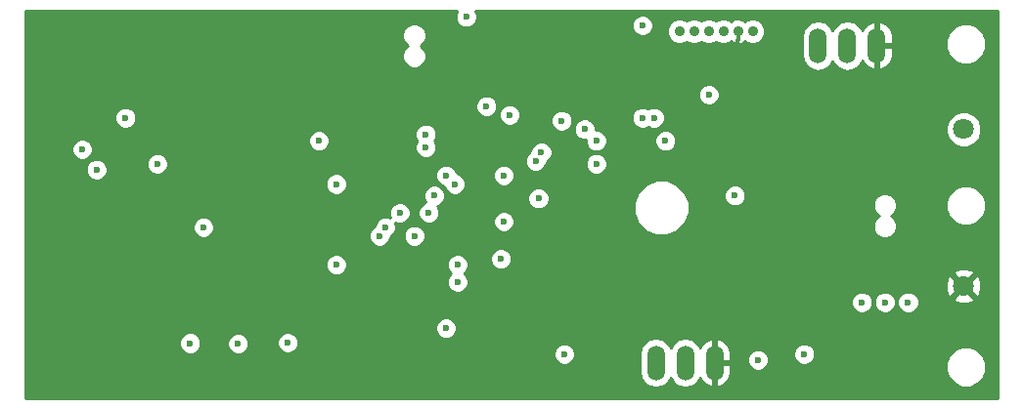
<source format=gbr>
G04 #@! TF.FileFunction,Copper,L4,Bot,Signal*
%FSLAX46Y46*%
G04 Gerber Fmt 4.6, Leading zero omitted, Abs format (unit mm)*
G04 Created by KiCad (PCBNEW (2015-09-03 BZR 6154, Git 4636d8d)-product) date Tue Sep  8 23:52:58 2015*
%MOMM*%
G01*
G04 APERTURE LIST*
%ADD10C,0.100000*%
%ADD11O,1.506220X3.014980*%
%ADD12C,1.800000*%
%ADD13C,0.900000*%
%ADD14C,0.600000*%
%ADD15C,0.360000*%
%ADD16C,0.254000*%
G04 APERTURE END LIST*
D10*
D11*
X181290000Y-87750000D03*
X178750000Y-87750000D03*
X176210000Y-87750000D03*
X167250000Y-115250000D03*
X164710000Y-115250000D03*
X162170000Y-115250000D03*
D12*
X188800000Y-95000000D03*
X188800000Y-108600000D03*
D13*
X164190000Y-86500000D03*
X165460000Y-86500000D03*
X166730000Y-86500000D03*
X168000000Y-86500000D03*
X169270000Y-86500000D03*
X170540000Y-86500000D03*
D14*
X185500000Y-114500000D03*
X179800000Y-94600000D03*
X159000000Y-95000000D03*
X107900000Y-92500000D03*
X130200000Y-92000000D03*
X134000000Y-90800000D03*
X137600000Y-92000000D03*
X158500000Y-91100000D03*
X152700000Y-92000000D03*
X159000000Y-110800000D03*
X158500000Y-114900000D03*
X152700000Y-117000000D03*
X136000000Y-115800000D03*
X134000000Y-115800000D03*
X132000000Y-115800000D03*
X109500000Y-114650000D03*
X111800000Y-117000000D03*
X109000000Y-110800000D03*
X115400000Y-92000000D03*
X109000000Y-98300000D03*
X149750000Y-86250000D03*
X138000000Y-88000000D03*
X138000000Y-107750000D03*
X134500000Y-101500000D03*
X135750000Y-97500000D03*
X137750000Y-94500000D03*
X135750000Y-96750000D03*
X156000000Y-114500000D03*
X128375000Y-108125000D03*
X127125000Y-109375000D03*
X127125000Y-108125000D03*
X128375000Y-109375000D03*
X126000000Y-95000000D03*
X121250000Y-94500000D03*
X121250000Y-96500000D03*
X131750000Y-98500000D03*
X123250000Y-99500000D03*
X123250000Y-101500000D03*
X120000000Y-94000000D03*
X114250000Y-97000000D03*
X139250000Y-112250000D03*
X141500000Y-112250000D03*
X148450000Y-104950000D03*
X148500000Y-108000000D03*
X184000000Y-106500000D03*
X182000000Y-106500000D03*
X180000000Y-106500000D03*
X174500000Y-97500000D03*
X185371311Y-102500000D03*
X184000000Y-99000000D03*
X174500000Y-101000000D03*
X174575000Y-102075000D03*
X174655000Y-103345000D03*
X174615000Y-104615000D03*
X174615000Y-105885000D03*
X174655000Y-107155000D03*
X174575000Y-108425000D03*
X152600000Y-106900000D03*
X150250000Y-115000000D03*
X149250000Y-115000000D03*
X113500000Y-104500000D03*
X115630029Y-113000000D03*
X118500000Y-100000000D03*
X115500000Y-100000000D03*
X124900000Y-116100000D03*
X122900000Y-116100000D03*
X129300000Y-115900000D03*
X133500000Y-104250000D03*
X130592511Y-105250000D03*
X125500000Y-104000000D03*
X127500000Y-115750000D03*
X120500000Y-105000000D03*
X122650000Y-110850000D03*
X122000000Y-106500000D03*
X123000000Y-106500000D03*
X175000000Y-114500000D03*
X123000000Y-103500000D03*
X121850000Y-113550000D03*
X126000000Y-113600000D03*
X130300000Y-113500000D03*
X133000000Y-96000000D03*
X134500000Y-99750000D03*
X154250000Y-114500000D03*
X116250000Y-94000000D03*
X134500000Y-106750000D03*
X144000000Y-112250000D03*
X145750000Y-85250000D03*
X166750000Y-92000000D03*
X184000000Y-110000000D03*
X182000000Y-110000000D03*
X180000000Y-110000000D03*
X171000000Y-115000000D03*
X147500000Y-93000000D03*
X151750000Y-97750000D03*
X163000000Y-96000000D03*
X157000000Y-98000000D03*
X169000000Y-100750000D03*
X152000000Y-101000000D03*
X161000000Y-86000000D03*
X156000000Y-95000000D03*
X162000000Y-94000000D03*
X154000000Y-94250000D03*
X161000000Y-94000000D03*
X157000000Y-96000000D03*
X145000000Y-106750000D03*
X112500000Y-96750000D03*
X113750000Y-98500000D03*
X148750000Y-106250000D03*
X119000000Y-98000000D03*
X145000000Y-108250000D03*
X144750000Y-99750000D03*
X142990870Y-100750000D03*
X141250000Y-104250000D03*
X138250000Y-104250000D03*
X140000000Y-102250000D03*
X142500000Y-102250000D03*
X142250000Y-95439990D03*
X142250000Y-96560010D03*
X152250000Y-97000000D03*
X149500000Y-93750000D03*
X149000000Y-99000000D03*
X144000000Y-99000000D03*
X149000000Y-103000000D03*
X138750000Y-103500000D03*
D15*
X169250000Y-87250000D02*
X169250000Y-88000000D01*
X169270000Y-87230000D02*
X169250000Y-87250000D01*
X169270000Y-86500000D02*
X169270000Y-87230000D01*
D16*
G36*
X144957808Y-84719673D02*
X144815162Y-85063201D01*
X144814838Y-85435167D01*
X144956883Y-85778943D01*
X145219673Y-86042192D01*
X145563201Y-86184838D01*
X145935167Y-86185162D01*
X146278943Y-86043117D01*
X146542192Y-85780327D01*
X146684838Y-85436799D01*
X146685162Y-85064833D01*
X146543117Y-84721057D01*
X146532079Y-84710000D01*
X191790000Y-84710000D01*
X191790000Y-118290000D01*
X107627000Y-118290000D01*
X107627000Y-114685167D01*
X153314838Y-114685167D01*
X153456883Y-115028943D01*
X153719673Y-115292192D01*
X154063201Y-115434838D01*
X154435167Y-115435162D01*
X154778943Y-115293117D01*
X155042192Y-115030327D01*
X155184838Y-114686799D01*
X155185041Y-114453646D01*
X160781890Y-114453646D01*
X160781890Y-116046354D01*
X160887554Y-116577561D01*
X161188458Y-117027896D01*
X161638793Y-117328800D01*
X162170000Y-117434464D01*
X162701207Y-117328800D01*
X163151542Y-117027896D01*
X163440000Y-116596188D01*
X163728458Y-117027896D01*
X164178793Y-117328800D01*
X164710000Y-117434464D01*
X165241207Y-117328800D01*
X165691542Y-117027896D01*
X165992446Y-116577561D01*
X165993016Y-116574694D01*
X166016154Y-116652919D01*
X166358260Y-117075724D01*
X166836125Y-117335427D01*
X166908326Y-117349783D01*
X167123000Y-117227162D01*
X167123000Y-115377000D01*
X167377000Y-115377000D01*
X167377000Y-117227162D01*
X167591674Y-117349783D01*
X167663875Y-117335427D01*
X168141740Y-117075724D01*
X168483846Y-116652919D01*
X168638110Y-116131380D01*
X168638110Y-115948550D01*
X187239696Y-115948550D01*
X187507075Y-116595657D01*
X188001739Y-117091185D01*
X188648379Y-117359693D01*
X189348550Y-117360304D01*
X189995657Y-117092925D01*
X190491185Y-116598261D01*
X190759693Y-115951621D01*
X190760304Y-115251450D01*
X190492925Y-114604343D01*
X189998261Y-114108815D01*
X189351621Y-113840307D01*
X188651450Y-113839696D01*
X188004343Y-114107075D01*
X187508815Y-114601739D01*
X187240307Y-115248379D01*
X187239696Y-115948550D01*
X168638110Y-115948550D01*
X168638110Y-115377000D01*
X167377000Y-115377000D01*
X167123000Y-115377000D01*
X167103000Y-115377000D01*
X167103000Y-115185167D01*
X170064838Y-115185167D01*
X170206883Y-115528943D01*
X170469673Y-115792192D01*
X170813201Y-115934838D01*
X171185167Y-115935162D01*
X171528943Y-115793117D01*
X171792192Y-115530327D01*
X171934838Y-115186799D01*
X171935162Y-114814833D01*
X171881586Y-114685167D01*
X174064838Y-114685167D01*
X174206883Y-115028943D01*
X174469673Y-115292192D01*
X174813201Y-115434838D01*
X175185167Y-115435162D01*
X175528943Y-115293117D01*
X175792192Y-115030327D01*
X175934838Y-114686799D01*
X175935162Y-114314833D01*
X175793117Y-113971057D01*
X175530327Y-113707808D01*
X175186799Y-113565162D01*
X174814833Y-113564838D01*
X174471057Y-113706883D01*
X174207808Y-113969673D01*
X174065162Y-114313201D01*
X174064838Y-114685167D01*
X171881586Y-114685167D01*
X171793117Y-114471057D01*
X171530327Y-114207808D01*
X171186799Y-114065162D01*
X170814833Y-114064838D01*
X170471057Y-114206883D01*
X170207808Y-114469673D01*
X170065162Y-114813201D01*
X170064838Y-115185167D01*
X167103000Y-115185167D01*
X167103000Y-115123000D01*
X167123000Y-115123000D01*
X167123000Y-113272838D01*
X167377000Y-113272838D01*
X167377000Y-115123000D01*
X168638110Y-115123000D01*
X168638110Y-114368620D01*
X168483846Y-113847081D01*
X168141740Y-113424276D01*
X167663875Y-113164573D01*
X167591674Y-113150217D01*
X167377000Y-113272838D01*
X167123000Y-113272838D01*
X166908326Y-113150217D01*
X166836125Y-113164573D01*
X166358260Y-113424276D01*
X166016154Y-113847081D01*
X165993016Y-113925306D01*
X165992446Y-113922439D01*
X165691542Y-113472104D01*
X165241207Y-113171200D01*
X164710000Y-113065536D01*
X164178793Y-113171200D01*
X163728458Y-113472104D01*
X163440000Y-113903812D01*
X163151542Y-113472104D01*
X162701207Y-113171200D01*
X162170000Y-113065536D01*
X161638793Y-113171200D01*
X161188458Y-113472104D01*
X160887554Y-113922439D01*
X160781890Y-114453646D01*
X155185041Y-114453646D01*
X155185162Y-114314833D01*
X155043117Y-113971057D01*
X154780327Y-113707808D01*
X154436799Y-113565162D01*
X154064833Y-113564838D01*
X153721057Y-113706883D01*
X153457808Y-113969673D01*
X153315162Y-114313201D01*
X153314838Y-114685167D01*
X107627000Y-114685167D01*
X107627000Y-113735167D01*
X120914838Y-113735167D01*
X121056883Y-114078943D01*
X121319673Y-114342192D01*
X121663201Y-114484838D01*
X122035167Y-114485162D01*
X122378943Y-114343117D01*
X122642192Y-114080327D01*
X122764753Y-113785167D01*
X125064838Y-113785167D01*
X125206883Y-114128943D01*
X125469673Y-114392192D01*
X125813201Y-114534838D01*
X126185167Y-114535162D01*
X126528943Y-114393117D01*
X126792192Y-114130327D01*
X126934838Y-113786799D01*
X126934926Y-113685167D01*
X129364838Y-113685167D01*
X129506883Y-114028943D01*
X129769673Y-114292192D01*
X130113201Y-114434838D01*
X130485167Y-114435162D01*
X130828943Y-114293117D01*
X131092192Y-114030327D01*
X131234838Y-113686799D01*
X131235162Y-113314833D01*
X131093117Y-112971057D01*
X130830327Y-112707808D01*
X130486799Y-112565162D01*
X130114833Y-112564838D01*
X129771057Y-112706883D01*
X129507808Y-112969673D01*
X129365162Y-113313201D01*
X129364838Y-113685167D01*
X126934926Y-113685167D01*
X126935162Y-113414833D01*
X126793117Y-113071057D01*
X126530327Y-112807808D01*
X126186799Y-112665162D01*
X125814833Y-112664838D01*
X125471057Y-112806883D01*
X125207808Y-113069673D01*
X125065162Y-113413201D01*
X125064838Y-113785167D01*
X122764753Y-113785167D01*
X122784838Y-113736799D01*
X122785162Y-113364833D01*
X122643117Y-113021057D01*
X122380327Y-112757808D01*
X122036799Y-112615162D01*
X121664833Y-112614838D01*
X121321057Y-112756883D01*
X121057808Y-113019673D01*
X120915162Y-113363201D01*
X120914838Y-113735167D01*
X107627000Y-113735167D01*
X107627000Y-112435167D01*
X143064838Y-112435167D01*
X143206883Y-112778943D01*
X143469673Y-113042192D01*
X143813201Y-113184838D01*
X144185167Y-113185162D01*
X144528943Y-113043117D01*
X144792192Y-112780327D01*
X144934838Y-112436799D01*
X144935162Y-112064833D01*
X144793117Y-111721057D01*
X144530327Y-111457808D01*
X144186799Y-111315162D01*
X143814833Y-111314838D01*
X143471057Y-111456883D01*
X143207808Y-111719673D01*
X143065162Y-112063201D01*
X143064838Y-112435167D01*
X107627000Y-112435167D01*
X107627000Y-110185167D01*
X179064838Y-110185167D01*
X179206883Y-110528943D01*
X179469673Y-110792192D01*
X179813201Y-110934838D01*
X180185167Y-110935162D01*
X180528943Y-110793117D01*
X180792192Y-110530327D01*
X180934838Y-110186799D01*
X180934839Y-110185167D01*
X181064838Y-110185167D01*
X181206883Y-110528943D01*
X181469673Y-110792192D01*
X181813201Y-110934838D01*
X182185167Y-110935162D01*
X182528943Y-110793117D01*
X182792192Y-110530327D01*
X182934838Y-110186799D01*
X182934839Y-110185167D01*
X183064838Y-110185167D01*
X183206883Y-110528943D01*
X183469673Y-110792192D01*
X183813201Y-110934838D01*
X184185167Y-110935162D01*
X184528943Y-110793117D01*
X184792192Y-110530327D01*
X184934838Y-110186799D01*
X184935162Y-109814833D01*
X184879516Y-109680159D01*
X187899446Y-109680159D01*
X187985852Y-109936643D01*
X188559336Y-110146458D01*
X189169460Y-110120839D01*
X189614148Y-109936643D01*
X189700554Y-109680159D01*
X188800000Y-108779605D01*
X187899446Y-109680159D01*
X184879516Y-109680159D01*
X184793117Y-109471057D01*
X184530327Y-109207808D01*
X184186799Y-109065162D01*
X183814833Y-109064838D01*
X183471057Y-109206883D01*
X183207808Y-109469673D01*
X183065162Y-109813201D01*
X183064838Y-110185167D01*
X182934839Y-110185167D01*
X182935162Y-109814833D01*
X182793117Y-109471057D01*
X182530327Y-109207808D01*
X182186799Y-109065162D01*
X181814833Y-109064838D01*
X181471057Y-109206883D01*
X181207808Y-109469673D01*
X181065162Y-109813201D01*
X181064838Y-110185167D01*
X180934839Y-110185167D01*
X180935162Y-109814833D01*
X180793117Y-109471057D01*
X180530327Y-109207808D01*
X180186799Y-109065162D01*
X179814833Y-109064838D01*
X179471057Y-109206883D01*
X179207808Y-109469673D01*
X179065162Y-109813201D01*
X179064838Y-110185167D01*
X107627000Y-110185167D01*
X107627000Y-106935167D01*
X133564838Y-106935167D01*
X133706883Y-107278943D01*
X133969673Y-107542192D01*
X134313201Y-107684838D01*
X134685167Y-107685162D01*
X135028943Y-107543117D01*
X135292192Y-107280327D01*
X135434838Y-106936799D01*
X135434839Y-106935167D01*
X144064838Y-106935167D01*
X144206883Y-107278943D01*
X144427709Y-107500155D01*
X144207808Y-107719673D01*
X144065162Y-108063201D01*
X144064838Y-108435167D01*
X144206883Y-108778943D01*
X144469673Y-109042192D01*
X144813201Y-109184838D01*
X145185167Y-109185162D01*
X145528943Y-109043117D01*
X145792192Y-108780327D01*
X145934838Y-108436799D01*
X145934905Y-108359336D01*
X187253542Y-108359336D01*
X187279161Y-108969460D01*
X187463357Y-109414148D01*
X187719841Y-109500554D01*
X188620395Y-108600000D01*
X188979605Y-108600000D01*
X189880159Y-109500554D01*
X190136643Y-109414148D01*
X190346458Y-108840664D01*
X190320839Y-108230540D01*
X190136643Y-107785852D01*
X189880159Y-107699446D01*
X188979605Y-108600000D01*
X188620395Y-108600000D01*
X187719841Y-107699446D01*
X187463357Y-107785852D01*
X187253542Y-108359336D01*
X145934905Y-108359336D01*
X145935162Y-108064833D01*
X145793117Y-107721057D01*
X145592253Y-107519841D01*
X187899446Y-107519841D01*
X188800000Y-108420395D01*
X189700554Y-107519841D01*
X189614148Y-107263357D01*
X189040664Y-107053542D01*
X188430540Y-107079161D01*
X187985852Y-107263357D01*
X187899446Y-107519841D01*
X145592253Y-107519841D01*
X145572291Y-107499845D01*
X145792192Y-107280327D01*
X145934838Y-106936799D01*
X145935162Y-106564833D01*
X145881586Y-106435167D01*
X147814838Y-106435167D01*
X147956883Y-106778943D01*
X148219673Y-107042192D01*
X148563201Y-107184838D01*
X148935167Y-107185162D01*
X149278943Y-107043117D01*
X149542192Y-106780327D01*
X149684838Y-106436799D01*
X149685162Y-106064833D01*
X149543117Y-105721057D01*
X149280327Y-105457808D01*
X148936799Y-105315162D01*
X148564833Y-105314838D01*
X148221057Y-105456883D01*
X147957808Y-105719673D01*
X147815162Y-106063201D01*
X147814838Y-106435167D01*
X145881586Y-106435167D01*
X145793117Y-106221057D01*
X145530327Y-105957808D01*
X145186799Y-105815162D01*
X144814833Y-105814838D01*
X144471057Y-105956883D01*
X144207808Y-106219673D01*
X144065162Y-106563201D01*
X144064838Y-106935167D01*
X135434839Y-106935167D01*
X135435162Y-106564833D01*
X135293117Y-106221057D01*
X135030327Y-105957808D01*
X134686799Y-105815162D01*
X134314833Y-105814838D01*
X133971057Y-105956883D01*
X133707808Y-106219673D01*
X133565162Y-106563201D01*
X133564838Y-106935167D01*
X107627000Y-106935167D01*
X107627000Y-104435167D01*
X137314838Y-104435167D01*
X137456883Y-104778943D01*
X137719673Y-105042192D01*
X138063201Y-105184838D01*
X138435167Y-105185162D01*
X138778943Y-105043117D01*
X139042192Y-104780327D01*
X139184838Y-104436799D01*
X139184839Y-104435167D01*
X140314838Y-104435167D01*
X140456883Y-104778943D01*
X140719673Y-105042192D01*
X141063201Y-105184838D01*
X141435167Y-105185162D01*
X141778943Y-105043117D01*
X142042192Y-104780327D01*
X142184838Y-104436799D01*
X142185162Y-104064833D01*
X142043117Y-103721057D01*
X141780327Y-103457808D01*
X141436799Y-103315162D01*
X141064833Y-103314838D01*
X140721057Y-103456883D01*
X140457808Y-103719673D01*
X140315162Y-104063201D01*
X140314838Y-104435167D01*
X139184839Y-104435167D01*
X139184929Y-104331963D01*
X139278943Y-104293117D01*
X139542192Y-104030327D01*
X139684838Y-103686799D01*
X139685162Y-103314833D01*
X139631586Y-103185167D01*
X148064838Y-103185167D01*
X148206883Y-103528943D01*
X148469673Y-103792192D01*
X148813201Y-103934838D01*
X149185167Y-103935162D01*
X149528943Y-103793117D01*
X149792192Y-103530327D01*
X149934838Y-103186799D01*
X149935162Y-102814833D01*
X149793117Y-102471057D01*
X149600663Y-102278266D01*
X160224581Y-102278266D01*
X160591469Y-103166201D01*
X161270226Y-103846144D01*
X162157519Y-104214580D01*
X163118266Y-104215419D01*
X164006201Y-103848531D01*
X164686144Y-103169774D01*
X165054580Y-102282481D01*
X165054996Y-101804971D01*
X180964821Y-101804971D01*
X181122058Y-102185515D01*
X181412954Y-102476919D01*
X181468205Y-102499861D01*
X181414485Y-102522058D01*
X181123081Y-102812954D01*
X180965180Y-103193223D01*
X180964821Y-103604971D01*
X181122058Y-103985515D01*
X181412954Y-104276919D01*
X181793223Y-104434820D01*
X182204971Y-104435179D01*
X182585515Y-104277942D01*
X182876919Y-103987046D01*
X183034820Y-103606777D01*
X183035179Y-103195029D01*
X182877942Y-102814485D01*
X182587046Y-102523081D01*
X182531795Y-102500139D01*
X182585515Y-102477942D01*
X182876919Y-102187046D01*
X182975950Y-101948550D01*
X187239696Y-101948550D01*
X187507075Y-102595657D01*
X188001739Y-103091185D01*
X188648379Y-103359693D01*
X189348550Y-103360304D01*
X189995657Y-103092925D01*
X190491185Y-102598261D01*
X190759693Y-101951621D01*
X190760304Y-101251450D01*
X190492925Y-100604343D01*
X189998261Y-100108815D01*
X189351621Y-99840307D01*
X188651450Y-99839696D01*
X188004343Y-100107075D01*
X187508815Y-100601739D01*
X187240307Y-101248379D01*
X187239696Y-101948550D01*
X182975950Y-101948550D01*
X183034820Y-101806777D01*
X183035179Y-101395029D01*
X182877942Y-101014485D01*
X182587046Y-100723081D01*
X182206777Y-100565180D01*
X181795029Y-100564821D01*
X181414485Y-100722058D01*
X181123081Y-101012954D01*
X180965180Y-101393223D01*
X180964821Y-101804971D01*
X165054996Y-101804971D01*
X165055419Y-101321734D01*
X164895693Y-100935167D01*
X168064838Y-100935167D01*
X168206883Y-101278943D01*
X168469673Y-101542192D01*
X168813201Y-101684838D01*
X169185167Y-101685162D01*
X169528943Y-101543117D01*
X169792192Y-101280327D01*
X169934838Y-100936799D01*
X169935162Y-100564833D01*
X169793117Y-100221057D01*
X169530327Y-99957808D01*
X169186799Y-99815162D01*
X168814833Y-99814838D01*
X168471057Y-99956883D01*
X168207808Y-100219673D01*
X168065162Y-100563201D01*
X168064838Y-100935167D01*
X164895693Y-100935167D01*
X164688531Y-100433799D01*
X164009774Y-99753856D01*
X163122481Y-99385420D01*
X162161734Y-99384581D01*
X161273799Y-99751469D01*
X160593856Y-100430226D01*
X160225420Y-101317519D01*
X160224581Y-102278266D01*
X149600663Y-102278266D01*
X149530327Y-102207808D01*
X149186799Y-102065162D01*
X148814833Y-102064838D01*
X148471057Y-102206883D01*
X148207808Y-102469673D01*
X148065162Y-102813201D01*
X148064838Y-103185167D01*
X139631586Y-103185167D01*
X139593807Y-103093737D01*
X139813201Y-103184838D01*
X140185167Y-103185162D01*
X140528943Y-103043117D01*
X140792192Y-102780327D01*
X140934838Y-102436799D01*
X140934839Y-102435167D01*
X141564838Y-102435167D01*
X141706883Y-102778943D01*
X141969673Y-103042192D01*
X142313201Y-103184838D01*
X142685167Y-103185162D01*
X143028943Y-103043117D01*
X143292192Y-102780327D01*
X143434838Y-102436799D01*
X143435162Y-102064833D01*
X143293117Y-101721057D01*
X143233559Y-101661395D01*
X143519813Y-101543117D01*
X143783062Y-101280327D01*
X143822576Y-101185167D01*
X151064838Y-101185167D01*
X151206883Y-101528943D01*
X151469673Y-101792192D01*
X151813201Y-101934838D01*
X152185167Y-101935162D01*
X152528943Y-101793117D01*
X152792192Y-101530327D01*
X152934838Y-101186799D01*
X152935162Y-100814833D01*
X152793117Y-100471057D01*
X152530327Y-100207808D01*
X152186799Y-100065162D01*
X151814833Y-100064838D01*
X151471057Y-100206883D01*
X151207808Y-100469673D01*
X151065162Y-100813201D01*
X151064838Y-101185167D01*
X143822576Y-101185167D01*
X143925708Y-100936799D01*
X143926032Y-100564833D01*
X143783987Y-100221057D01*
X143521197Y-99957808D01*
X143177669Y-99815162D01*
X142805703Y-99814838D01*
X142461927Y-99956883D01*
X142198678Y-100219673D01*
X142056032Y-100563201D01*
X142055708Y-100935167D01*
X142197753Y-101278943D01*
X142257311Y-101338605D01*
X141971057Y-101456883D01*
X141707808Y-101719673D01*
X141565162Y-102063201D01*
X141564838Y-102435167D01*
X140934839Y-102435167D01*
X140935162Y-102064833D01*
X140793117Y-101721057D01*
X140530327Y-101457808D01*
X140186799Y-101315162D01*
X139814833Y-101314838D01*
X139471057Y-101456883D01*
X139207808Y-101719673D01*
X139065162Y-102063201D01*
X139064838Y-102435167D01*
X139156193Y-102656263D01*
X138936799Y-102565162D01*
X138564833Y-102564838D01*
X138221057Y-102706883D01*
X137957808Y-102969673D01*
X137815162Y-103313201D01*
X137815071Y-103418037D01*
X137721057Y-103456883D01*
X137457808Y-103719673D01*
X137315162Y-104063201D01*
X137314838Y-104435167D01*
X107627000Y-104435167D01*
X107627000Y-103685167D01*
X122064838Y-103685167D01*
X122206883Y-104028943D01*
X122469673Y-104292192D01*
X122813201Y-104434838D01*
X123185167Y-104435162D01*
X123528943Y-104293117D01*
X123792192Y-104030327D01*
X123934838Y-103686799D01*
X123935162Y-103314833D01*
X123793117Y-102971057D01*
X123530327Y-102707808D01*
X123186799Y-102565162D01*
X122814833Y-102564838D01*
X122471057Y-102706883D01*
X122207808Y-102969673D01*
X122065162Y-103313201D01*
X122064838Y-103685167D01*
X107627000Y-103685167D01*
X107627000Y-99935167D01*
X133564838Y-99935167D01*
X133706883Y-100278943D01*
X133969673Y-100542192D01*
X134313201Y-100684838D01*
X134685167Y-100685162D01*
X135028943Y-100543117D01*
X135292192Y-100280327D01*
X135434838Y-99936799D01*
X135435162Y-99564833D01*
X135293117Y-99221057D01*
X135257290Y-99185167D01*
X143064838Y-99185167D01*
X143206883Y-99528943D01*
X143469673Y-99792192D01*
X143813201Y-99934838D01*
X143814838Y-99934839D01*
X143814838Y-99935167D01*
X143956883Y-100278943D01*
X144219673Y-100542192D01*
X144563201Y-100684838D01*
X144935167Y-100685162D01*
X145278943Y-100543117D01*
X145542192Y-100280327D01*
X145684838Y-99936799D01*
X145685162Y-99564833D01*
X145543117Y-99221057D01*
X145507290Y-99185167D01*
X148064838Y-99185167D01*
X148206883Y-99528943D01*
X148469673Y-99792192D01*
X148813201Y-99934838D01*
X149185167Y-99935162D01*
X149528943Y-99793117D01*
X149792192Y-99530327D01*
X149934838Y-99186799D01*
X149935162Y-98814833D01*
X149793117Y-98471057D01*
X149530327Y-98207808D01*
X149186799Y-98065162D01*
X148814833Y-98064838D01*
X148471057Y-98206883D01*
X148207808Y-98469673D01*
X148065162Y-98813201D01*
X148064838Y-99185167D01*
X145507290Y-99185167D01*
X145280327Y-98957808D01*
X144936799Y-98815162D01*
X144935162Y-98815161D01*
X144935162Y-98814833D01*
X144793117Y-98471057D01*
X144530327Y-98207808D01*
X144186799Y-98065162D01*
X143814833Y-98064838D01*
X143471057Y-98206883D01*
X143207808Y-98469673D01*
X143065162Y-98813201D01*
X143064838Y-99185167D01*
X135257290Y-99185167D01*
X135030327Y-98957808D01*
X134686799Y-98815162D01*
X134314833Y-98814838D01*
X133971057Y-98956883D01*
X133707808Y-99219673D01*
X133565162Y-99563201D01*
X133564838Y-99935167D01*
X107627000Y-99935167D01*
X107627000Y-98685167D01*
X112814838Y-98685167D01*
X112956883Y-99028943D01*
X113219673Y-99292192D01*
X113563201Y-99434838D01*
X113935167Y-99435162D01*
X114278943Y-99293117D01*
X114542192Y-99030327D01*
X114684838Y-98686799D01*
X114685162Y-98314833D01*
X114631586Y-98185167D01*
X118064838Y-98185167D01*
X118206883Y-98528943D01*
X118469673Y-98792192D01*
X118813201Y-98934838D01*
X119185167Y-98935162D01*
X119528943Y-98793117D01*
X119792192Y-98530327D01*
X119934838Y-98186799D01*
X119935057Y-97935167D01*
X150814838Y-97935167D01*
X150956883Y-98278943D01*
X151219673Y-98542192D01*
X151563201Y-98684838D01*
X151935167Y-98685162D01*
X152278943Y-98543117D01*
X152542192Y-98280327D01*
X152581706Y-98185167D01*
X156064838Y-98185167D01*
X156206883Y-98528943D01*
X156469673Y-98792192D01*
X156813201Y-98934838D01*
X157185167Y-98935162D01*
X157528943Y-98793117D01*
X157792192Y-98530327D01*
X157934838Y-98186799D01*
X157935162Y-97814833D01*
X157793117Y-97471057D01*
X157530327Y-97207808D01*
X157186799Y-97065162D01*
X156814833Y-97064838D01*
X156471057Y-97206883D01*
X156207808Y-97469673D01*
X156065162Y-97813201D01*
X156064838Y-98185167D01*
X152581706Y-98185167D01*
X152684838Y-97936799D01*
X152684929Y-97831963D01*
X152778943Y-97793117D01*
X153042192Y-97530327D01*
X153184838Y-97186799D01*
X153185162Y-96814833D01*
X153043117Y-96471057D01*
X152780327Y-96207808D01*
X152436799Y-96065162D01*
X152064833Y-96064838D01*
X151721057Y-96206883D01*
X151457808Y-96469673D01*
X151315162Y-96813201D01*
X151315071Y-96918037D01*
X151221057Y-96956883D01*
X150957808Y-97219673D01*
X150815162Y-97563201D01*
X150814838Y-97935167D01*
X119935057Y-97935167D01*
X119935162Y-97814833D01*
X119793117Y-97471057D01*
X119530327Y-97207808D01*
X119186799Y-97065162D01*
X118814833Y-97064838D01*
X118471057Y-97206883D01*
X118207808Y-97469673D01*
X118065162Y-97813201D01*
X118064838Y-98185167D01*
X114631586Y-98185167D01*
X114543117Y-97971057D01*
X114280327Y-97707808D01*
X113936799Y-97565162D01*
X113564833Y-97564838D01*
X113221057Y-97706883D01*
X112957808Y-97969673D01*
X112815162Y-98313201D01*
X112814838Y-98685167D01*
X107627000Y-98685167D01*
X107627000Y-96935167D01*
X111564838Y-96935167D01*
X111706883Y-97278943D01*
X111969673Y-97542192D01*
X112313201Y-97684838D01*
X112685167Y-97685162D01*
X113028943Y-97543117D01*
X113292192Y-97280327D01*
X113434838Y-96936799D01*
X113435162Y-96564833D01*
X113293117Y-96221057D01*
X113257290Y-96185167D01*
X132064838Y-96185167D01*
X132206883Y-96528943D01*
X132469673Y-96792192D01*
X132813201Y-96934838D01*
X133185167Y-96935162D01*
X133528943Y-96793117D01*
X133792192Y-96530327D01*
X133934838Y-96186799D01*
X133935162Y-95814833D01*
X133856790Y-95625157D01*
X141314838Y-95625157D01*
X141456883Y-95968933D01*
X141487720Y-95999824D01*
X141457808Y-96029683D01*
X141315162Y-96373211D01*
X141314838Y-96745177D01*
X141456883Y-97088953D01*
X141719673Y-97352202D01*
X142063201Y-97494848D01*
X142435167Y-97495172D01*
X142778943Y-97353127D01*
X143042192Y-97090337D01*
X143184838Y-96746809D01*
X143185162Y-96374843D01*
X143043117Y-96031067D01*
X143012280Y-96000176D01*
X143042192Y-95970317D01*
X143184838Y-95626789D01*
X143185162Y-95254823D01*
X143156381Y-95185167D01*
X155064838Y-95185167D01*
X155206883Y-95528943D01*
X155469673Y-95792192D01*
X155813201Y-95934838D01*
X156065056Y-95935057D01*
X156064838Y-96185167D01*
X156206883Y-96528943D01*
X156469673Y-96792192D01*
X156813201Y-96934838D01*
X157185167Y-96935162D01*
X157528943Y-96793117D01*
X157792192Y-96530327D01*
X157934838Y-96186799D01*
X157934839Y-96185167D01*
X162064838Y-96185167D01*
X162206883Y-96528943D01*
X162469673Y-96792192D01*
X162813201Y-96934838D01*
X163185167Y-96935162D01*
X163528943Y-96793117D01*
X163792192Y-96530327D01*
X163934838Y-96186799D01*
X163935162Y-95814833D01*
X163793117Y-95471057D01*
X163626343Y-95303991D01*
X187264735Y-95303991D01*
X187497932Y-95868371D01*
X187929357Y-96300551D01*
X188493330Y-96534733D01*
X189103991Y-96535265D01*
X189668371Y-96302068D01*
X190100551Y-95870643D01*
X190334733Y-95306670D01*
X190335265Y-94696009D01*
X190102068Y-94131629D01*
X189670643Y-93699449D01*
X189106670Y-93465267D01*
X188496009Y-93464735D01*
X187931629Y-93697932D01*
X187499449Y-94129357D01*
X187265267Y-94693330D01*
X187264735Y-95303991D01*
X163626343Y-95303991D01*
X163530327Y-95207808D01*
X163186799Y-95065162D01*
X162814833Y-95064838D01*
X162471057Y-95206883D01*
X162207808Y-95469673D01*
X162065162Y-95813201D01*
X162064838Y-96185167D01*
X157934839Y-96185167D01*
X157935162Y-95814833D01*
X157793117Y-95471057D01*
X157530327Y-95207808D01*
X157186799Y-95065162D01*
X156934944Y-95064943D01*
X156935162Y-94814833D01*
X156793117Y-94471057D01*
X156530327Y-94207808D01*
X156475802Y-94185167D01*
X160064838Y-94185167D01*
X160206883Y-94528943D01*
X160469673Y-94792192D01*
X160813201Y-94934838D01*
X161185167Y-94935162D01*
X161500351Y-94804931D01*
X161813201Y-94934838D01*
X162185167Y-94935162D01*
X162528943Y-94793117D01*
X162792192Y-94530327D01*
X162934838Y-94186799D01*
X162935162Y-93814833D01*
X162793117Y-93471057D01*
X162530327Y-93207808D01*
X162186799Y-93065162D01*
X161814833Y-93064838D01*
X161499649Y-93195069D01*
X161186799Y-93065162D01*
X160814833Y-93064838D01*
X160471057Y-93206883D01*
X160207808Y-93469673D01*
X160065162Y-93813201D01*
X160064838Y-94185167D01*
X156475802Y-94185167D01*
X156186799Y-94065162D01*
X155814833Y-94064838D01*
X155471057Y-94206883D01*
X155207808Y-94469673D01*
X155065162Y-94813201D01*
X155064838Y-95185167D01*
X143156381Y-95185167D01*
X143043117Y-94911047D01*
X142780327Y-94647798D01*
X142436799Y-94505152D01*
X142064833Y-94504828D01*
X141721057Y-94646873D01*
X141457808Y-94909663D01*
X141315162Y-95253191D01*
X141314838Y-95625157D01*
X133856790Y-95625157D01*
X133793117Y-95471057D01*
X133530327Y-95207808D01*
X133186799Y-95065162D01*
X132814833Y-95064838D01*
X132471057Y-95206883D01*
X132207808Y-95469673D01*
X132065162Y-95813201D01*
X132064838Y-96185167D01*
X113257290Y-96185167D01*
X113030327Y-95957808D01*
X112686799Y-95815162D01*
X112314833Y-95814838D01*
X111971057Y-95956883D01*
X111707808Y-96219673D01*
X111565162Y-96563201D01*
X111564838Y-96935167D01*
X107627000Y-96935167D01*
X107627000Y-94185167D01*
X115314838Y-94185167D01*
X115456883Y-94528943D01*
X115719673Y-94792192D01*
X116063201Y-94934838D01*
X116435167Y-94935162D01*
X116778943Y-94793117D01*
X117042192Y-94530327D01*
X117184838Y-94186799D01*
X117185057Y-93935167D01*
X148564838Y-93935167D01*
X148706883Y-94278943D01*
X148969673Y-94542192D01*
X149313201Y-94684838D01*
X149685167Y-94685162D01*
X150028943Y-94543117D01*
X150137081Y-94435167D01*
X153064838Y-94435167D01*
X153206883Y-94778943D01*
X153469673Y-95042192D01*
X153813201Y-95184838D01*
X154185167Y-95185162D01*
X154528943Y-95043117D01*
X154792192Y-94780327D01*
X154934838Y-94436799D01*
X154935162Y-94064833D01*
X154793117Y-93721057D01*
X154530327Y-93457808D01*
X154186799Y-93315162D01*
X153814833Y-93314838D01*
X153471057Y-93456883D01*
X153207808Y-93719673D01*
X153065162Y-94063201D01*
X153064838Y-94435167D01*
X150137081Y-94435167D01*
X150292192Y-94280327D01*
X150434838Y-93936799D01*
X150435162Y-93564833D01*
X150293117Y-93221057D01*
X150030327Y-92957808D01*
X149686799Y-92815162D01*
X149314833Y-92814838D01*
X148971057Y-92956883D01*
X148707808Y-93219673D01*
X148565162Y-93563201D01*
X148564838Y-93935167D01*
X117185057Y-93935167D01*
X117185162Y-93814833D01*
X117043117Y-93471057D01*
X116780327Y-93207808D01*
X116725802Y-93185167D01*
X146564838Y-93185167D01*
X146706883Y-93528943D01*
X146969673Y-93792192D01*
X147313201Y-93934838D01*
X147685167Y-93935162D01*
X148028943Y-93793117D01*
X148292192Y-93530327D01*
X148434838Y-93186799D01*
X148435162Y-92814833D01*
X148293117Y-92471057D01*
X148030327Y-92207808D01*
X147975802Y-92185167D01*
X165814838Y-92185167D01*
X165956883Y-92528943D01*
X166219673Y-92792192D01*
X166563201Y-92934838D01*
X166935167Y-92935162D01*
X167278943Y-92793117D01*
X167542192Y-92530327D01*
X167684838Y-92186799D01*
X167685162Y-91814833D01*
X167543117Y-91471057D01*
X167280327Y-91207808D01*
X166936799Y-91065162D01*
X166564833Y-91064838D01*
X166221057Y-91206883D01*
X165957808Y-91469673D01*
X165815162Y-91813201D01*
X165814838Y-92185167D01*
X147975802Y-92185167D01*
X147686799Y-92065162D01*
X147314833Y-92064838D01*
X146971057Y-92206883D01*
X146707808Y-92469673D01*
X146565162Y-92813201D01*
X146564838Y-93185167D01*
X116725802Y-93185167D01*
X116436799Y-93065162D01*
X116064833Y-93064838D01*
X115721057Y-93206883D01*
X115457808Y-93469673D01*
X115315162Y-93813201D01*
X115314838Y-94185167D01*
X107627000Y-94185167D01*
X107627000Y-87054971D01*
X140214821Y-87054971D01*
X140372058Y-87435515D01*
X140662954Y-87726919D01*
X140718205Y-87749861D01*
X140664485Y-87772058D01*
X140373081Y-88062954D01*
X140215180Y-88443223D01*
X140214821Y-88854971D01*
X140372058Y-89235515D01*
X140662954Y-89526919D01*
X141043223Y-89684820D01*
X141454971Y-89685179D01*
X141835515Y-89527942D01*
X142126919Y-89237046D01*
X142284820Y-88856777D01*
X142285179Y-88445029D01*
X142127942Y-88064485D01*
X141837046Y-87773081D01*
X141781795Y-87750139D01*
X141835515Y-87727942D01*
X142126919Y-87437046D01*
X142284820Y-87056777D01*
X142285179Y-86645029D01*
X142127942Y-86264485D01*
X142048763Y-86185167D01*
X160064838Y-86185167D01*
X160206883Y-86528943D01*
X160469673Y-86792192D01*
X160813201Y-86934838D01*
X161185167Y-86935162D01*
X161528943Y-86793117D01*
X161607323Y-86714873D01*
X163104812Y-86714873D01*
X163269646Y-87113800D01*
X163574595Y-87419282D01*
X163973233Y-87584811D01*
X164404873Y-87585188D01*
X164803800Y-87420354D01*
X164824769Y-87399421D01*
X164844595Y-87419282D01*
X165243233Y-87584811D01*
X165674873Y-87585188D01*
X166073800Y-87420354D01*
X166094769Y-87399421D01*
X166114595Y-87419282D01*
X166513233Y-87584811D01*
X166944873Y-87585188D01*
X167343800Y-87420354D01*
X167364769Y-87399421D01*
X167384595Y-87419282D01*
X167783233Y-87584811D01*
X168214873Y-87585188D01*
X168613800Y-87420354D01*
X168706740Y-87327576D01*
X168726803Y-87463712D01*
X169136948Y-87598226D01*
X169567349Y-87565546D01*
X169813197Y-87463712D01*
X169833232Y-87327760D01*
X169924595Y-87419282D01*
X170323233Y-87584811D01*
X170754873Y-87585188D01*
X171153800Y-87420354D01*
X171459282Y-87115405D01*
X171526450Y-86953646D01*
X174821890Y-86953646D01*
X174821890Y-88546354D01*
X174927554Y-89077561D01*
X175228458Y-89527896D01*
X175678793Y-89828800D01*
X176210000Y-89934464D01*
X176741207Y-89828800D01*
X177191542Y-89527896D01*
X177480000Y-89096188D01*
X177768458Y-89527896D01*
X178218793Y-89828800D01*
X178750000Y-89934464D01*
X179281207Y-89828800D01*
X179731542Y-89527896D01*
X180032446Y-89077561D01*
X180033016Y-89074694D01*
X180056154Y-89152919D01*
X180398260Y-89575724D01*
X180876125Y-89835427D01*
X180948326Y-89849783D01*
X181163000Y-89727162D01*
X181163000Y-87877000D01*
X181417000Y-87877000D01*
X181417000Y-89727162D01*
X181631674Y-89849783D01*
X181703875Y-89835427D01*
X182181740Y-89575724D01*
X182523846Y-89152919D01*
X182678110Y-88631380D01*
X182678110Y-87948550D01*
X187239696Y-87948550D01*
X187507075Y-88595657D01*
X188001739Y-89091185D01*
X188648379Y-89359693D01*
X189348550Y-89360304D01*
X189995657Y-89092925D01*
X190491185Y-88598261D01*
X190759693Y-87951621D01*
X190760304Y-87251450D01*
X190492925Y-86604343D01*
X189998261Y-86108815D01*
X189351621Y-85840307D01*
X188651450Y-85839696D01*
X188004343Y-86107075D01*
X187508815Y-86601739D01*
X187240307Y-87248379D01*
X187239696Y-87948550D01*
X182678110Y-87948550D01*
X182678110Y-87877000D01*
X181417000Y-87877000D01*
X181163000Y-87877000D01*
X181143000Y-87877000D01*
X181143000Y-87623000D01*
X181163000Y-87623000D01*
X181163000Y-85772838D01*
X181417000Y-85772838D01*
X181417000Y-87623000D01*
X182678110Y-87623000D01*
X182678110Y-86868620D01*
X182523846Y-86347081D01*
X182181740Y-85924276D01*
X181703875Y-85664573D01*
X181631674Y-85650217D01*
X181417000Y-85772838D01*
X181163000Y-85772838D01*
X180948326Y-85650217D01*
X180876125Y-85664573D01*
X180398260Y-85924276D01*
X180056154Y-86347081D01*
X180033016Y-86425306D01*
X180032446Y-86422439D01*
X179731542Y-85972104D01*
X179281207Y-85671200D01*
X178750000Y-85565536D01*
X178218793Y-85671200D01*
X177768458Y-85972104D01*
X177480000Y-86403812D01*
X177191542Y-85972104D01*
X176741207Y-85671200D01*
X176210000Y-85565536D01*
X175678793Y-85671200D01*
X175228458Y-85972104D01*
X174927554Y-86422439D01*
X174821890Y-86953646D01*
X171526450Y-86953646D01*
X171624811Y-86716767D01*
X171625188Y-86285127D01*
X171460354Y-85886200D01*
X171155405Y-85580718D01*
X170756767Y-85415189D01*
X170325127Y-85414812D01*
X169926200Y-85579646D01*
X169833260Y-85672424D01*
X169813197Y-85536288D01*
X169403052Y-85401774D01*
X168972651Y-85434454D01*
X168726803Y-85536288D01*
X168706768Y-85672240D01*
X168615405Y-85580718D01*
X168216767Y-85415189D01*
X167785127Y-85414812D01*
X167386200Y-85579646D01*
X167365231Y-85600579D01*
X167345405Y-85580718D01*
X166946767Y-85415189D01*
X166515127Y-85414812D01*
X166116200Y-85579646D01*
X166095231Y-85600579D01*
X166075405Y-85580718D01*
X165676767Y-85415189D01*
X165245127Y-85414812D01*
X164846200Y-85579646D01*
X164825231Y-85600579D01*
X164805405Y-85580718D01*
X164406767Y-85415189D01*
X163975127Y-85414812D01*
X163576200Y-85579646D01*
X163270718Y-85884595D01*
X163105189Y-86283233D01*
X163104812Y-86714873D01*
X161607323Y-86714873D01*
X161792192Y-86530327D01*
X161934838Y-86186799D01*
X161935162Y-85814833D01*
X161793117Y-85471057D01*
X161530327Y-85207808D01*
X161186799Y-85065162D01*
X160814833Y-85064838D01*
X160471057Y-85206883D01*
X160207808Y-85469673D01*
X160065162Y-85813201D01*
X160064838Y-86185167D01*
X142048763Y-86185167D01*
X141837046Y-85973081D01*
X141456777Y-85815180D01*
X141045029Y-85814821D01*
X140664485Y-85972058D01*
X140373081Y-86262954D01*
X140215180Y-86643223D01*
X140214821Y-87054971D01*
X107627000Y-87054971D01*
X107627000Y-84710000D01*
X144967498Y-84710000D01*
X144957808Y-84719673D01*
X144957808Y-84719673D01*
G37*
X144957808Y-84719673D02*
X144815162Y-85063201D01*
X144814838Y-85435167D01*
X144956883Y-85778943D01*
X145219673Y-86042192D01*
X145563201Y-86184838D01*
X145935167Y-86185162D01*
X146278943Y-86043117D01*
X146542192Y-85780327D01*
X146684838Y-85436799D01*
X146685162Y-85064833D01*
X146543117Y-84721057D01*
X146532079Y-84710000D01*
X191790000Y-84710000D01*
X191790000Y-118290000D01*
X107627000Y-118290000D01*
X107627000Y-114685167D01*
X153314838Y-114685167D01*
X153456883Y-115028943D01*
X153719673Y-115292192D01*
X154063201Y-115434838D01*
X154435167Y-115435162D01*
X154778943Y-115293117D01*
X155042192Y-115030327D01*
X155184838Y-114686799D01*
X155185041Y-114453646D01*
X160781890Y-114453646D01*
X160781890Y-116046354D01*
X160887554Y-116577561D01*
X161188458Y-117027896D01*
X161638793Y-117328800D01*
X162170000Y-117434464D01*
X162701207Y-117328800D01*
X163151542Y-117027896D01*
X163440000Y-116596188D01*
X163728458Y-117027896D01*
X164178793Y-117328800D01*
X164710000Y-117434464D01*
X165241207Y-117328800D01*
X165691542Y-117027896D01*
X165992446Y-116577561D01*
X165993016Y-116574694D01*
X166016154Y-116652919D01*
X166358260Y-117075724D01*
X166836125Y-117335427D01*
X166908326Y-117349783D01*
X167123000Y-117227162D01*
X167123000Y-115377000D01*
X167377000Y-115377000D01*
X167377000Y-117227162D01*
X167591674Y-117349783D01*
X167663875Y-117335427D01*
X168141740Y-117075724D01*
X168483846Y-116652919D01*
X168638110Y-116131380D01*
X168638110Y-115948550D01*
X187239696Y-115948550D01*
X187507075Y-116595657D01*
X188001739Y-117091185D01*
X188648379Y-117359693D01*
X189348550Y-117360304D01*
X189995657Y-117092925D01*
X190491185Y-116598261D01*
X190759693Y-115951621D01*
X190760304Y-115251450D01*
X190492925Y-114604343D01*
X189998261Y-114108815D01*
X189351621Y-113840307D01*
X188651450Y-113839696D01*
X188004343Y-114107075D01*
X187508815Y-114601739D01*
X187240307Y-115248379D01*
X187239696Y-115948550D01*
X168638110Y-115948550D01*
X168638110Y-115377000D01*
X167377000Y-115377000D01*
X167123000Y-115377000D01*
X167103000Y-115377000D01*
X167103000Y-115185167D01*
X170064838Y-115185167D01*
X170206883Y-115528943D01*
X170469673Y-115792192D01*
X170813201Y-115934838D01*
X171185167Y-115935162D01*
X171528943Y-115793117D01*
X171792192Y-115530327D01*
X171934838Y-115186799D01*
X171935162Y-114814833D01*
X171881586Y-114685167D01*
X174064838Y-114685167D01*
X174206883Y-115028943D01*
X174469673Y-115292192D01*
X174813201Y-115434838D01*
X175185167Y-115435162D01*
X175528943Y-115293117D01*
X175792192Y-115030327D01*
X175934838Y-114686799D01*
X175935162Y-114314833D01*
X175793117Y-113971057D01*
X175530327Y-113707808D01*
X175186799Y-113565162D01*
X174814833Y-113564838D01*
X174471057Y-113706883D01*
X174207808Y-113969673D01*
X174065162Y-114313201D01*
X174064838Y-114685167D01*
X171881586Y-114685167D01*
X171793117Y-114471057D01*
X171530327Y-114207808D01*
X171186799Y-114065162D01*
X170814833Y-114064838D01*
X170471057Y-114206883D01*
X170207808Y-114469673D01*
X170065162Y-114813201D01*
X170064838Y-115185167D01*
X167103000Y-115185167D01*
X167103000Y-115123000D01*
X167123000Y-115123000D01*
X167123000Y-113272838D01*
X167377000Y-113272838D01*
X167377000Y-115123000D01*
X168638110Y-115123000D01*
X168638110Y-114368620D01*
X168483846Y-113847081D01*
X168141740Y-113424276D01*
X167663875Y-113164573D01*
X167591674Y-113150217D01*
X167377000Y-113272838D01*
X167123000Y-113272838D01*
X166908326Y-113150217D01*
X166836125Y-113164573D01*
X166358260Y-113424276D01*
X166016154Y-113847081D01*
X165993016Y-113925306D01*
X165992446Y-113922439D01*
X165691542Y-113472104D01*
X165241207Y-113171200D01*
X164710000Y-113065536D01*
X164178793Y-113171200D01*
X163728458Y-113472104D01*
X163440000Y-113903812D01*
X163151542Y-113472104D01*
X162701207Y-113171200D01*
X162170000Y-113065536D01*
X161638793Y-113171200D01*
X161188458Y-113472104D01*
X160887554Y-113922439D01*
X160781890Y-114453646D01*
X155185041Y-114453646D01*
X155185162Y-114314833D01*
X155043117Y-113971057D01*
X154780327Y-113707808D01*
X154436799Y-113565162D01*
X154064833Y-113564838D01*
X153721057Y-113706883D01*
X153457808Y-113969673D01*
X153315162Y-114313201D01*
X153314838Y-114685167D01*
X107627000Y-114685167D01*
X107627000Y-113735167D01*
X120914838Y-113735167D01*
X121056883Y-114078943D01*
X121319673Y-114342192D01*
X121663201Y-114484838D01*
X122035167Y-114485162D01*
X122378943Y-114343117D01*
X122642192Y-114080327D01*
X122764753Y-113785167D01*
X125064838Y-113785167D01*
X125206883Y-114128943D01*
X125469673Y-114392192D01*
X125813201Y-114534838D01*
X126185167Y-114535162D01*
X126528943Y-114393117D01*
X126792192Y-114130327D01*
X126934838Y-113786799D01*
X126934926Y-113685167D01*
X129364838Y-113685167D01*
X129506883Y-114028943D01*
X129769673Y-114292192D01*
X130113201Y-114434838D01*
X130485167Y-114435162D01*
X130828943Y-114293117D01*
X131092192Y-114030327D01*
X131234838Y-113686799D01*
X131235162Y-113314833D01*
X131093117Y-112971057D01*
X130830327Y-112707808D01*
X130486799Y-112565162D01*
X130114833Y-112564838D01*
X129771057Y-112706883D01*
X129507808Y-112969673D01*
X129365162Y-113313201D01*
X129364838Y-113685167D01*
X126934926Y-113685167D01*
X126935162Y-113414833D01*
X126793117Y-113071057D01*
X126530327Y-112807808D01*
X126186799Y-112665162D01*
X125814833Y-112664838D01*
X125471057Y-112806883D01*
X125207808Y-113069673D01*
X125065162Y-113413201D01*
X125064838Y-113785167D01*
X122764753Y-113785167D01*
X122784838Y-113736799D01*
X122785162Y-113364833D01*
X122643117Y-113021057D01*
X122380327Y-112757808D01*
X122036799Y-112615162D01*
X121664833Y-112614838D01*
X121321057Y-112756883D01*
X121057808Y-113019673D01*
X120915162Y-113363201D01*
X120914838Y-113735167D01*
X107627000Y-113735167D01*
X107627000Y-112435167D01*
X143064838Y-112435167D01*
X143206883Y-112778943D01*
X143469673Y-113042192D01*
X143813201Y-113184838D01*
X144185167Y-113185162D01*
X144528943Y-113043117D01*
X144792192Y-112780327D01*
X144934838Y-112436799D01*
X144935162Y-112064833D01*
X144793117Y-111721057D01*
X144530327Y-111457808D01*
X144186799Y-111315162D01*
X143814833Y-111314838D01*
X143471057Y-111456883D01*
X143207808Y-111719673D01*
X143065162Y-112063201D01*
X143064838Y-112435167D01*
X107627000Y-112435167D01*
X107627000Y-110185167D01*
X179064838Y-110185167D01*
X179206883Y-110528943D01*
X179469673Y-110792192D01*
X179813201Y-110934838D01*
X180185167Y-110935162D01*
X180528943Y-110793117D01*
X180792192Y-110530327D01*
X180934838Y-110186799D01*
X180934839Y-110185167D01*
X181064838Y-110185167D01*
X181206883Y-110528943D01*
X181469673Y-110792192D01*
X181813201Y-110934838D01*
X182185167Y-110935162D01*
X182528943Y-110793117D01*
X182792192Y-110530327D01*
X182934838Y-110186799D01*
X182934839Y-110185167D01*
X183064838Y-110185167D01*
X183206883Y-110528943D01*
X183469673Y-110792192D01*
X183813201Y-110934838D01*
X184185167Y-110935162D01*
X184528943Y-110793117D01*
X184792192Y-110530327D01*
X184934838Y-110186799D01*
X184935162Y-109814833D01*
X184879516Y-109680159D01*
X187899446Y-109680159D01*
X187985852Y-109936643D01*
X188559336Y-110146458D01*
X189169460Y-110120839D01*
X189614148Y-109936643D01*
X189700554Y-109680159D01*
X188800000Y-108779605D01*
X187899446Y-109680159D01*
X184879516Y-109680159D01*
X184793117Y-109471057D01*
X184530327Y-109207808D01*
X184186799Y-109065162D01*
X183814833Y-109064838D01*
X183471057Y-109206883D01*
X183207808Y-109469673D01*
X183065162Y-109813201D01*
X183064838Y-110185167D01*
X182934839Y-110185167D01*
X182935162Y-109814833D01*
X182793117Y-109471057D01*
X182530327Y-109207808D01*
X182186799Y-109065162D01*
X181814833Y-109064838D01*
X181471057Y-109206883D01*
X181207808Y-109469673D01*
X181065162Y-109813201D01*
X181064838Y-110185167D01*
X180934839Y-110185167D01*
X180935162Y-109814833D01*
X180793117Y-109471057D01*
X180530327Y-109207808D01*
X180186799Y-109065162D01*
X179814833Y-109064838D01*
X179471057Y-109206883D01*
X179207808Y-109469673D01*
X179065162Y-109813201D01*
X179064838Y-110185167D01*
X107627000Y-110185167D01*
X107627000Y-106935167D01*
X133564838Y-106935167D01*
X133706883Y-107278943D01*
X133969673Y-107542192D01*
X134313201Y-107684838D01*
X134685167Y-107685162D01*
X135028943Y-107543117D01*
X135292192Y-107280327D01*
X135434838Y-106936799D01*
X135434839Y-106935167D01*
X144064838Y-106935167D01*
X144206883Y-107278943D01*
X144427709Y-107500155D01*
X144207808Y-107719673D01*
X144065162Y-108063201D01*
X144064838Y-108435167D01*
X144206883Y-108778943D01*
X144469673Y-109042192D01*
X144813201Y-109184838D01*
X145185167Y-109185162D01*
X145528943Y-109043117D01*
X145792192Y-108780327D01*
X145934838Y-108436799D01*
X145934905Y-108359336D01*
X187253542Y-108359336D01*
X187279161Y-108969460D01*
X187463357Y-109414148D01*
X187719841Y-109500554D01*
X188620395Y-108600000D01*
X188979605Y-108600000D01*
X189880159Y-109500554D01*
X190136643Y-109414148D01*
X190346458Y-108840664D01*
X190320839Y-108230540D01*
X190136643Y-107785852D01*
X189880159Y-107699446D01*
X188979605Y-108600000D01*
X188620395Y-108600000D01*
X187719841Y-107699446D01*
X187463357Y-107785852D01*
X187253542Y-108359336D01*
X145934905Y-108359336D01*
X145935162Y-108064833D01*
X145793117Y-107721057D01*
X145592253Y-107519841D01*
X187899446Y-107519841D01*
X188800000Y-108420395D01*
X189700554Y-107519841D01*
X189614148Y-107263357D01*
X189040664Y-107053542D01*
X188430540Y-107079161D01*
X187985852Y-107263357D01*
X187899446Y-107519841D01*
X145592253Y-107519841D01*
X145572291Y-107499845D01*
X145792192Y-107280327D01*
X145934838Y-106936799D01*
X145935162Y-106564833D01*
X145881586Y-106435167D01*
X147814838Y-106435167D01*
X147956883Y-106778943D01*
X148219673Y-107042192D01*
X148563201Y-107184838D01*
X148935167Y-107185162D01*
X149278943Y-107043117D01*
X149542192Y-106780327D01*
X149684838Y-106436799D01*
X149685162Y-106064833D01*
X149543117Y-105721057D01*
X149280327Y-105457808D01*
X148936799Y-105315162D01*
X148564833Y-105314838D01*
X148221057Y-105456883D01*
X147957808Y-105719673D01*
X147815162Y-106063201D01*
X147814838Y-106435167D01*
X145881586Y-106435167D01*
X145793117Y-106221057D01*
X145530327Y-105957808D01*
X145186799Y-105815162D01*
X144814833Y-105814838D01*
X144471057Y-105956883D01*
X144207808Y-106219673D01*
X144065162Y-106563201D01*
X144064838Y-106935167D01*
X135434839Y-106935167D01*
X135435162Y-106564833D01*
X135293117Y-106221057D01*
X135030327Y-105957808D01*
X134686799Y-105815162D01*
X134314833Y-105814838D01*
X133971057Y-105956883D01*
X133707808Y-106219673D01*
X133565162Y-106563201D01*
X133564838Y-106935167D01*
X107627000Y-106935167D01*
X107627000Y-104435167D01*
X137314838Y-104435167D01*
X137456883Y-104778943D01*
X137719673Y-105042192D01*
X138063201Y-105184838D01*
X138435167Y-105185162D01*
X138778943Y-105043117D01*
X139042192Y-104780327D01*
X139184838Y-104436799D01*
X139184839Y-104435167D01*
X140314838Y-104435167D01*
X140456883Y-104778943D01*
X140719673Y-105042192D01*
X141063201Y-105184838D01*
X141435167Y-105185162D01*
X141778943Y-105043117D01*
X142042192Y-104780327D01*
X142184838Y-104436799D01*
X142185162Y-104064833D01*
X142043117Y-103721057D01*
X141780327Y-103457808D01*
X141436799Y-103315162D01*
X141064833Y-103314838D01*
X140721057Y-103456883D01*
X140457808Y-103719673D01*
X140315162Y-104063201D01*
X140314838Y-104435167D01*
X139184839Y-104435167D01*
X139184929Y-104331963D01*
X139278943Y-104293117D01*
X139542192Y-104030327D01*
X139684838Y-103686799D01*
X139685162Y-103314833D01*
X139631586Y-103185167D01*
X148064838Y-103185167D01*
X148206883Y-103528943D01*
X148469673Y-103792192D01*
X148813201Y-103934838D01*
X149185167Y-103935162D01*
X149528943Y-103793117D01*
X149792192Y-103530327D01*
X149934838Y-103186799D01*
X149935162Y-102814833D01*
X149793117Y-102471057D01*
X149600663Y-102278266D01*
X160224581Y-102278266D01*
X160591469Y-103166201D01*
X161270226Y-103846144D01*
X162157519Y-104214580D01*
X163118266Y-104215419D01*
X164006201Y-103848531D01*
X164686144Y-103169774D01*
X165054580Y-102282481D01*
X165054996Y-101804971D01*
X180964821Y-101804971D01*
X181122058Y-102185515D01*
X181412954Y-102476919D01*
X181468205Y-102499861D01*
X181414485Y-102522058D01*
X181123081Y-102812954D01*
X180965180Y-103193223D01*
X180964821Y-103604971D01*
X181122058Y-103985515D01*
X181412954Y-104276919D01*
X181793223Y-104434820D01*
X182204971Y-104435179D01*
X182585515Y-104277942D01*
X182876919Y-103987046D01*
X183034820Y-103606777D01*
X183035179Y-103195029D01*
X182877942Y-102814485D01*
X182587046Y-102523081D01*
X182531795Y-102500139D01*
X182585515Y-102477942D01*
X182876919Y-102187046D01*
X182975950Y-101948550D01*
X187239696Y-101948550D01*
X187507075Y-102595657D01*
X188001739Y-103091185D01*
X188648379Y-103359693D01*
X189348550Y-103360304D01*
X189995657Y-103092925D01*
X190491185Y-102598261D01*
X190759693Y-101951621D01*
X190760304Y-101251450D01*
X190492925Y-100604343D01*
X189998261Y-100108815D01*
X189351621Y-99840307D01*
X188651450Y-99839696D01*
X188004343Y-100107075D01*
X187508815Y-100601739D01*
X187240307Y-101248379D01*
X187239696Y-101948550D01*
X182975950Y-101948550D01*
X183034820Y-101806777D01*
X183035179Y-101395029D01*
X182877942Y-101014485D01*
X182587046Y-100723081D01*
X182206777Y-100565180D01*
X181795029Y-100564821D01*
X181414485Y-100722058D01*
X181123081Y-101012954D01*
X180965180Y-101393223D01*
X180964821Y-101804971D01*
X165054996Y-101804971D01*
X165055419Y-101321734D01*
X164895693Y-100935167D01*
X168064838Y-100935167D01*
X168206883Y-101278943D01*
X168469673Y-101542192D01*
X168813201Y-101684838D01*
X169185167Y-101685162D01*
X169528943Y-101543117D01*
X169792192Y-101280327D01*
X169934838Y-100936799D01*
X169935162Y-100564833D01*
X169793117Y-100221057D01*
X169530327Y-99957808D01*
X169186799Y-99815162D01*
X168814833Y-99814838D01*
X168471057Y-99956883D01*
X168207808Y-100219673D01*
X168065162Y-100563201D01*
X168064838Y-100935167D01*
X164895693Y-100935167D01*
X164688531Y-100433799D01*
X164009774Y-99753856D01*
X163122481Y-99385420D01*
X162161734Y-99384581D01*
X161273799Y-99751469D01*
X160593856Y-100430226D01*
X160225420Y-101317519D01*
X160224581Y-102278266D01*
X149600663Y-102278266D01*
X149530327Y-102207808D01*
X149186799Y-102065162D01*
X148814833Y-102064838D01*
X148471057Y-102206883D01*
X148207808Y-102469673D01*
X148065162Y-102813201D01*
X148064838Y-103185167D01*
X139631586Y-103185167D01*
X139593807Y-103093737D01*
X139813201Y-103184838D01*
X140185167Y-103185162D01*
X140528943Y-103043117D01*
X140792192Y-102780327D01*
X140934838Y-102436799D01*
X140934839Y-102435167D01*
X141564838Y-102435167D01*
X141706883Y-102778943D01*
X141969673Y-103042192D01*
X142313201Y-103184838D01*
X142685167Y-103185162D01*
X143028943Y-103043117D01*
X143292192Y-102780327D01*
X143434838Y-102436799D01*
X143435162Y-102064833D01*
X143293117Y-101721057D01*
X143233559Y-101661395D01*
X143519813Y-101543117D01*
X143783062Y-101280327D01*
X143822576Y-101185167D01*
X151064838Y-101185167D01*
X151206883Y-101528943D01*
X151469673Y-101792192D01*
X151813201Y-101934838D01*
X152185167Y-101935162D01*
X152528943Y-101793117D01*
X152792192Y-101530327D01*
X152934838Y-101186799D01*
X152935162Y-100814833D01*
X152793117Y-100471057D01*
X152530327Y-100207808D01*
X152186799Y-100065162D01*
X151814833Y-100064838D01*
X151471057Y-100206883D01*
X151207808Y-100469673D01*
X151065162Y-100813201D01*
X151064838Y-101185167D01*
X143822576Y-101185167D01*
X143925708Y-100936799D01*
X143926032Y-100564833D01*
X143783987Y-100221057D01*
X143521197Y-99957808D01*
X143177669Y-99815162D01*
X142805703Y-99814838D01*
X142461927Y-99956883D01*
X142198678Y-100219673D01*
X142056032Y-100563201D01*
X142055708Y-100935167D01*
X142197753Y-101278943D01*
X142257311Y-101338605D01*
X141971057Y-101456883D01*
X141707808Y-101719673D01*
X141565162Y-102063201D01*
X141564838Y-102435167D01*
X140934839Y-102435167D01*
X140935162Y-102064833D01*
X140793117Y-101721057D01*
X140530327Y-101457808D01*
X140186799Y-101315162D01*
X139814833Y-101314838D01*
X139471057Y-101456883D01*
X139207808Y-101719673D01*
X139065162Y-102063201D01*
X139064838Y-102435167D01*
X139156193Y-102656263D01*
X138936799Y-102565162D01*
X138564833Y-102564838D01*
X138221057Y-102706883D01*
X137957808Y-102969673D01*
X137815162Y-103313201D01*
X137815071Y-103418037D01*
X137721057Y-103456883D01*
X137457808Y-103719673D01*
X137315162Y-104063201D01*
X137314838Y-104435167D01*
X107627000Y-104435167D01*
X107627000Y-103685167D01*
X122064838Y-103685167D01*
X122206883Y-104028943D01*
X122469673Y-104292192D01*
X122813201Y-104434838D01*
X123185167Y-104435162D01*
X123528943Y-104293117D01*
X123792192Y-104030327D01*
X123934838Y-103686799D01*
X123935162Y-103314833D01*
X123793117Y-102971057D01*
X123530327Y-102707808D01*
X123186799Y-102565162D01*
X122814833Y-102564838D01*
X122471057Y-102706883D01*
X122207808Y-102969673D01*
X122065162Y-103313201D01*
X122064838Y-103685167D01*
X107627000Y-103685167D01*
X107627000Y-99935167D01*
X133564838Y-99935167D01*
X133706883Y-100278943D01*
X133969673Y-100542192D01*
X134313201Y-100684838D01*
X134685167Y-100685162D01*
X135028943Y-100543117D01*
X135292192Y-100280327D01*
X135434838Y-99936799D01*
X135435162Y-99564833D01*
X135293117Y-99221057D01*
X135257290Y-99185167D01*
X143064838Y-99185167D01*
X143206883Y-99528943D01*
X143469673Y-99792192D01*
X143813201Y-99934838D01*
X143814838Y-99934839D01*
X143814838Y-99935167D01*
X143956883Y-100278943D01*
X144219673Y-100542192D01*
X144563201Y-100684838D01*
X144935167Y-100685162D01*
X145278943Y-100543117D01*
X145542192Y-100280327D01*
X145684838Y-99936799D01*
X145685162Y-99564833D01*
X145543117Y-99221057D01*
X145507290Y-99185167D01*
X148064838Y-99185167D01*
X148206883Y-99528943D01*
X148469673Y-99792192D01*
X148813201Y-99934838D01*
X149185167Y-99935162D01*
X149528943Y-99793117D01*
X149792192Y-99530327D01*
X149934838Y-99186799D01*
X149935162Y-98814833D01*
X149793117Y-98471057D01*
X149530327Y-98207808D01*
X149186799Y-98065162D01*
X148814833Y-98064838D01*
X148471057Y-98206883D01*
X148207808Y-98469673D01*
X148065162Y-98813201D01*
X148064838Y-99185167D01*
X145507290Y-99185167D01*
X145280327Y-98957808D01*
X144936799Y-98815162D01*
X144935162Y-98815161D01*
X144935162Y-98814833D01*
X144793117Y-98471057D01*
X144530327Y-98207808D01*
X144186799Y-98065162D01*
X143814833Y-98064838D01*
X143471057Y-98206883D01*
X143207808Y-98469673D01*
X143065162Y-98813201D01*
X143064838Y-99185167D01*
X135257290Y-99185167D01*
X135030327Y-98957808D01*
X134686799Y-98815162D01*
X134314833Y-98814838D01*
X133971057Y-98956883D01*
X133707808Y-99219673D01*
X133565162Y-99563201D01*
X133564838Y-99935167D01*
X107627000Y-99935167D01*
X107627000Y-98685167D01*
X112814838Y-98685167D01*
X112956883Y-99028943D01*
X113219673Y-99292192D01*
X113563201Y-99434838D01*
X113935167Y-99435162D01*
X114278943Y-99293117D01*
X114542192Y-99030327D01*
X114684838Y-98686799D01*
X114685162Y-98314833D01*
X114631586Y-98185167D01*
X118064838Y-98185167D01*
X118206883Y-98528943D01*
X118469673Y-98792192D01*
X118813201Y-98934838D01*
X119185167Y-98935162D01*
X119528943Y-98793117D01*
X119792192Y-98530327D01*
X119934838Y-98186799D01*
X119935057Y-97935167D01*
X150814838Y-97935167D01*
X150956883Y-98278943D01*
X151219673Y-98542192D01*
X151563201Y-98684838D01*
X151935167Y-98685162D01*
X152278943Y-98543117D01*
X152542192Y-98280327D01*
X152581706Y-98185167D01*
X156064838Y-98185167D01*
X156206883Y-98528943D01*
X156469673Y-98792192D01*
X156813201Y-98934838D01*
X157185167Y-98935162D01*
X157528943Y-98793117D01*
X157792192Y-98530327D01*
X157934838Y-98186799D01*
X157935162Y-97814833D01*
X157793117Y-97471057D01*
X157530327Y-97207808D01*
X157186799Y-97065162D01*
X156814833Y-97064838D01*
X156471057Y-97206883D01*
X156207808Y-97469673D01*
X156065162Y-97813201D01*
X156064838Y-98185167D01*
X152581706Y-98185167D01*
X152684838Y-97936799D01*
X152684929Y-97831963D01*
X152778943Y-97793117D01*
X153042192Y-97530327D01*
X153184838Y-97186799D01*
X153185162Y-96814833D01*
X153043117Y-96471057D01*
X152780327Y-96207808D01*
X152436799Y-96065162D01*
X152064833Y-96064838D01*
X151721057Y-96206883D01*
X151457808Y-96469673D01*
X151315162Y-96813201D01*
X151315071Y-96918037D01*
X151221057Y-96956883D01*
X150957808Y-97219673D01*
X150815162Y-97563201D01*
X150814838Y-97935167D01*
X119935057Y-97935167D01*
X119935162Y-97814833D01*
X119793117Y-97471057D01*
X119530327Y-97207808D01*
X119186799Y-97065162D01*
X118814833Y-97064838D01*
X118471057Y-97206883D01*
X118207808Y-97469673D01*
X118065162Y-97813201D01*
X118064838Y-98185167D01*
X114631586Y-98185167D01*
X114543117Y-97971057D01*
X114280327Y-97707808D01*
X113936799Y-97565162D01*
X113564833Y-97564838D01*
X113221057Y-97706883D01*
X112957808Y-97969673D01*
X112815162Y-98313201D01*
X112814838Y-98685167D01*
X107627000Y-98685167D01*
X107627000Y-96935167D01*
X111564838Y-96935167D01*
X111706883Y-97278943D01*
X111969673Y-97542192D01*
X112313201Y-97684838D01*
X112685167Y-97685162D01*
X113028943Y-97543117D01*
X113292192Y-97280327D01*
X113434838Y-96936799D01*
X113435162Y-96564833D01*
X113293117Y-96221057D01*
X113257290Y-96185167D01*
X132064838Y-96185167D01*
X132206883Y-96528943D01*
X132469673Y-96792192D01*
X132813201Y-96934838D01*
X133185167Y-96935162D01*
X133528943Y-96793117D01*
X133792192Y-96530327D01*
X133934838Y-96186799D01*
X133935162Y-95814833D01*
X133856790Y-95625157D01*
X141314838Y-95625157D01*
X141456883Y-95968933D01*
X141487720Y-95999824D01*
X141457808Y-96029683D01*
X141315162Y-96373211D01*
X141314838Y-96745177D01*
X141456883Y-97088953D01*
X141719673Y-97352202D01*
X142063201Y-97494848D01*
X142435167Y-97495172D01*
X142778943Y-97353127D01*
X143042192Y-97090337D01*
X143184838Y-96746809D01*
X143185162Y-96374843D01*
X143043117Y-96031067D01*
X143012280Y-96000176D01*
X143042192Y-95970317D01*
X143184838Y-95626789D01*
X143185162Y-95254823D01*
X143156381Y-95185167D01*
X155064838Y-95185167D01*
X155206883Y-95528943D01*
X155469673Y-95792192D01*
X155813201Y-95934838D01*
X156065056Y-95935057D01*
X156064838Y-96185167D01*
X156206883Y-96528943D01*
X156469673Y-96792192D01*
X156813201Y-96934838D01*
X157185167Y-96935162D01*
X157528943Y-96793117D01*
X157792192Y-96530327D01*
X157934838Y-96186799D01*
X157934839Y-96185167D01*
X162064838Y-96185167D01*
X162206883Y-96528943D01*
X162469673Y-96792192D01*
X162813201Y-96934838D01*
X163185167Y-96935162D01*
X163528943Y-96793117D01*
X163792192Y-96530327D01*
X163934838Y-96186799D01*
X163935162Y-95814833D01*
X163793117Y-95471057D01*
X163626343Y-95303991D01*
X187264735Y-95303991D01*
X187497932Y-95868371D01*
X187929357Y-96300551D01*
X188493330Y-96534733D01*
X189103991Y-96535265D01*
X189668371Y-96302068D01*
X190100551Y-95870643D01*
X190334733Y-95306670D01*
X190335265Y-94696009D01*
X190102068Y-94131629D01*
X189670643Y-93699449D01*
X189106670Y-93465267D01*
X188496009Y-93464735D01*
X187931629Y-93697932D01*
X187499449Y-94129357D01*
X187265267Y-94693330D01*
X187264735Y-95303991D01*
X163626343Y-95303991D01*
X163530327Y-95207808D01*
X163186799Y-95065162D01*
X162814833Y-95064838D01*
X162471057Y-95206883D01*
X162207808Y-95469673D01*
X162065162Y-95813201D01*
X162064838Y-96185167D01*
X157934839Y-96185167D01*
X157935162Y-95814833D01*
X157793117Y-95471057D01*
X157530327Y-95207808D01*
X157186799Y-95065162D01*
X156934944Y-95064943D01*
X156935162Y-94814833D01*
X156793117Y-94471057D01*
X156530327Y-94207808D01*
X156475802Y-94185167D01*
X160064838Y-94185167D01*
X160206883Y-94528943D01*
X160469673Y-94792192D01*
X160813201Y-94934838D01*
X161185167Y-94935162D01*
X161500351Y-94804931D01*
X161813201Y-94934838D01*
X162185167Y-94935162D01*
X162528943Y-94793117D01*
X162792192Y-94530327D01*
X162934838Y-94186799D01*
X162935162Y-93814833D01*
X162793117Y-93471057D01*
X162530327Y-93207808D01*
X162186799Y-93065162D01*
X161814833Y-93064838D01*
X161499649Y-93195069D01*
X161186799Y-93065162D01*
X160814833Y-93064838D01*
X160471057Y-93206883D01*
X160207808Y-93469673D01*
X160065162Y-93813201D01*
X160064838Y-94185167D01*
X156475802Y-94185167D01*
X156186799Y-94065162D01*
X155814833Y-94064838D01*
X155471057Y-94206883D01*
X155207808Y-94469673D01*
X155065162Y-94813201D01*
X155064838Y-95185167D01*
X143156381Y-95185167D01*
X143043117Y-94911047D01*
X142780327Y-94647798D01*
X142436799Y-94505152D01*
X142064833Y-94504828D01*
X141721057Y-94646873D01*
X141457808Y-94909663D01*
X141315162Y-95253191D01*
X141314838Y-95625157D01*
X133856790Y-95625157D01*
X133793117Y-95471057D01*
X133530327Y-95207808D01*
X133186799Y-95065162D01*
X132814833Y-95064838D01*
X132471057Y-95206883D01*
X132207808Y-95469673D01*
X132065162Y-95813201D01*
X132064838Y-96185167D01*
X113257290Y-96185167D01*
X113030327Y-95957808D01*
X112686799Y-95815162D01*
X112314833Y-95814838D01*
X111971057Y-95956883D01*
X111707808Y-96219673D01*
X111565162Y-96563201D01*
X111564838Y-96935167D01*
X107627000Y-96935167D01*
X107627000Y-94185167D01*
X115314838Y-94185167D01*
X115456883Y-94528943D01*
X115719673Y-94792192D01*
X116063201Y-94934838D01*
X116435167Y-94935162D01*
X116778943Y-94793117D01*
X117042192Y-94530327D01*
X117184838Y-94186799D01*
X117185057Y-93935167D01*
X148564838Y-93935167D01*
X148706883Y-94278943D01*
X148969673Y-94542192D01*
X149313201Y-94684838D01*
X149685167Y-94685162D01*
X150028943Y-94543117D01*
X150137081Y-94435167D01*
X153064838Y-94435167D01*
X153206883Y-94778943D01*
X153469673Y-95042192D01*
X153813201Y-95184838D01*
X154185167Y-95185162D01*
X154528943Y-95043117D01*
X154792192Y-94780327D01*
X154934838Y-94436799D01*
X154935162Y-94064833D01*
X154793117Y-93721057D01*
X154530327Y-93457808D01*
X154186799Y-93315162D01*
X153814833Y-93314838D01*
X153471057Y-93456883D01*
X153207808Y-93719673D01*
X153065162Y-94063201D01*
X153064838Y-94435167D01*
X150137081Y-94435167D01*
X150292192Y-94280327D01*
X150434838Y-93936799D01*
X150435162Y-93564833D01*
X150293117Y-93221057D01*
X150030327Y-92957808D01*
X149686799Y-92815162D01*
X149314833Y-92814838D01*
X148971057Y-92956883D01*
X148707808Y-93219673D01*
X148565162Y-93563201D01*
X148564838Y-93935167D01*
X117185057Y-93935167D01*
X117185162Y-93814833D01*
X117043117Y-93471057D01*
X116780327Y-93207808D01*
X116725802Y-93185167D01*
X146564838Y-93185167D01*
X146706883Y-93528943D01*
X146969673Y-93792192D01*
X147313201Y-93934838D01*
X147685167Y-93935162D01*
X148028943Y-93793117D01*
X148292192Y-93530327D01*
X148434838Y-93186799D01*
X148435162Y-92814833D01*
X148293117Y-92471057D01*
X148030327Y-92207808D01*
X147975802Y-92185167D01*
X165814838Y-92185167D01*
X165956883Y-92528943D01*
X166219673Y-92792192D01*
X166563201Y-92934838D01*
X166935167Y-92935162D01*
X167278943Y-92793117D01*
X167542192Y-92530327D01*
X167684838Y-92186799D01*
X167685162Y-91814833D01*
X167543117Y-91471057D01*
X167280327Y-91207808D01*
X166936799Y-91065162D01*
X166564833Y-91064838D01*
X166221057Y-91206883D01*
X165957808Y-91469673D01*
X165815162Y-91813201D01*
X165814838Y-92185167D01*
X147975802Y-92185167D01*
X147686799Y-92065162D01*
X147314833Y-92064838D01*
X146971057Y-92206883D01*
X146707808Y-92469673D01*
X146565162Y-92813201D01*
X146564838Y-93185167D01*
X116725802Y-93185167D01*
X116436799Y-93065162D01*
X116064833Y-93064838D01*
X115721057Y-93206883D01*
X115457808Y-93469673D01*
X115315162Y-93813201D01*
X115314838Y-94185167D01*
X107627000Y-94185167D01*
X107627000Y-87054971D01*
X140214821Y-87054971D01*
X140372058Y-87435515D01*
X140662954Y-87726919D01*
X140718205Y-87749861D01*
X140664485Y-87772058D01*
X140373081Y-88062954D01*
X140215180Y-88443223D01*
X140214821Y-88854971D01*
X140372058Y-89235515D01*
X140662954Y-89526919D01*
X141043223Y-89684820D01*
X141454971Y-89685179D01*
X141835515Y-89527942D01*
X142126919Y-89237046D01*
X142284820Y-88856777D01*
X142285179Y-88445029D01*
X142127942Y-88064485D01*
X141837046Y-87773081D01*
X141781795Y-87750139D01*
X141835515Y-87727942D01*
X142126919Y-87437046D01*
X142284820Y-87056777D01*
X142285179Y-86645029D01*
X142127942Y-86264485D01*
X142048763Y-86185167D01*
X160064838Y-86185167D01*
X160206883Y-86528943D01*
X160469673Y-86792192D01*
X160813201Y-86934838D01*
X161185167Y-86935162D01*
X161528943Y-86793117D01*
X161607323Y-86714873D01*
X163104812Y-86714873D01*
X163269646Y-87113800D01*
X163574595Y-87419282D01*
X163973233Y-87584811D01*
X164404873Y-87585188D01*
X164803800Y-87420354D01*
X164824769Y-87399421D01*
X164844595Y-87419282D01*
X165243233Y-87584811D01*
X165674873Y-87585188D01*
X166073800Y-87420354D01*
X166094769Y-87399421D01*
X166114595Y-87419282D01*
X166513233Y-87584811D01*
X166944873Y-87585188D01*
X167343800Y-87420354D01*
X167364769Y-87399421D01*
X167384595Y-87419282D01*
X167783233Y-87584811D01*
X168214873Y-87585188D01*
X168613800Y-87420354D01*
X168706740Y-87327576D01*
X168726803Y-87463712D01*
X169136948Y-87598226D01*
X169567349Y-87565546D01*
X169813197Y-87463712D01*
X169833232Y-87327760D01*
X169924595Y-87419282D01*
X170323233Y-87584811D01*
X170754873Y-87585188D01*
X171153800Y-87420354D01*
X171459282Y-87115405D01*
X171526450Y-86953646D01*
X174821890Y-86953646D01*
X174821890Y-88546354D01*
X174927554Y-89077561D01*
X175228458Y-89527896D01*
X175678793Y-89828800D01*
X176210000Y-89934464D01*
X176741207Y-89828800D01*
X177191542Y-89527896D01*
X177480000Y-89096188D01*
X177768458Y-89527896D01*
X178218793Y-89828800D01*
X178750000Y-89934464D01*
X179281207Y-89828800D01*
X179731542Y-89527896D01*
X180032446Y-89077561D01*
X180033016Y-89074694D01*
X180056154Y-89152919D01*
X180398260Y-89575724D01*
X180876125Y-89835427D01*
X180948326Y-89849783D01*
X181163000Y-89727162D01*
X181163000Y-87877000D01*
X181417000Y-87877000D01*
X181417000Y-89727162D01*
X181631674Y-89849783D01*
X181703875Y-89835427D01*
X182181740Y-89575724D01*
X182523846Y-89152919D01*
X182678110Y-88631380D01*
X182678110Y-87948550D01*
X187239696Y-87948550D01*
X187507075Y-88595657D01*
X188001739Y-89091185D01*
X188648379Y-89359693D01*
X189348550Y-89360304D01*
X189995657Y-89092925D01*
X190491185Y-88598261D01*
X190759693Y-87951621D01*
X190760304Y-87251450D01*
X190492925Y-86604343D01*
X189998261Y-86108815D01*
X189351621Y-85840307D01*
X188651450Y-85839696D01*
X188004343Y-86107075D01*
X187508815Y-86601739D01*
X187240307Y-87248379D01*
X187239696Y-87948550D01*
X182678110Y-87948550D01*
X182678110Y-87877000D01*
X181417000Y-87877000D01*
X181163000Y-87877000D01*
X181143000Y-87877000D01*
X181143000Y-87623000D01*
X181163000Y-87623000D01*
X181163000Y-85772838D01*
X181417000Y-85772838D01*
X181417000Y-87623000D01*
X182678110Y-87623000D01*
X182678110Y-86868620D01*
X182523846Y-86347081D01*
X182181740Y-85924276D01*
X181703875Y-85664573D01*
X181631674Y-85650217D01*
X181417000Y-85772838D01*
X181163000Y-85772838D01*
X180948326Y-85650217D01*
X180876125Y-85664573D01*
X180398260Y-85924276D01*
X180056154Y-86347081D01*
X180033016Y-86425306D01*
X180032446Y-86422439D01*
X179731542Y-85972104D01*
X179281207Y-85671200D01*
X178750000Y-85565536D01*
X178218793Y-85671200D01*
X177768458Y-85972104D01*
X177480000Y-86403812D01*
X177191542Y-85972104D01*
X176741207Y-85671200D01*
X176210000Y-85565536D01*
X175678793Y-85671200D01*
X175228458Y-85972104D01*
X174927554Y-86422439D01*
X174821890Y-86953646D01*
X171526450Y-86953646D01*
X171624811Y-86716767D01*
X171625188Y-86285127D01*
X171460354Y-85886200D01*
X171155405Y-85580718D01*
X170756767Y-85415189D01*
X170325127Y-85414812D01*
X169926200Y-85579646D01*
X169833260Y-85672424D01*
X169813197Y-85536288D01*
X169403052Y-85401774D01*
X168972651Y-85434454D01*
X168726803Y-85536288D01*
X168706768Y-85672240D01*
X168615405Y-85580718D01*
X168216767Y-85415189D01*
X167785127Y-85414812D01*
X167386200Y-85579646D01*
X167365231Y-85600579D01*
X167345405Y-85580718D01*
X166946767Y-85415189D01*
X166515127Y-85414812D01*
X166116200Y-85579646D01*
X166095231Y-85600579D01*
X166075405Y-85580718D01*
X165676767Y-85415189D01*
X165245127Y-85414812D01*
X164846200Y-85579646D01*
X164825231Y-85600579D01*
X164805405Y-85580718D01*
X164406767Y-85415189D01*
X163975127Y-85414812D01*
X163576200Y-85579646D01*
X163270718Y-85884595D01*
X163105189Y-86283233D01*
X163104812Y-86714873D01*
X161607323Y-86714873D01*
X161792192Y-86530327D01*
X161934838Y-86186799D01*
X161935162Y-85814833D01*
X161793117Y-85471057D01*
X161530327Y-85207808D01*
X161186799Y-85065162D01*
X160814833Y-85064838D01*
X160471057Y-85206883D01*
X160207808Y-85469673D01*
X160065162Y-85813201D01*
X160064838Y-86185167D01*
X142048763Y-86185167D01*
X141837046Y-85973081D01*
X141456777Y-85815180D01*
X141045029Y-85814821D01*
X140664485Y-85972058D01*
X140373081Y-86262954D01*
X140215180Y-86643223D01*
X140214821Y-87054971D01*
X107627000Y-87054971D01*
X107627000Y-84710000D01*
X144967498Y-84710000D01*
X144957808Y-84719673D01*
G36*
X169455019Y-86477129D02*
X169455004Y-86494601D01*
X169449605Y-86500000D01*
X169454995Y-86505390D01*
X169454980Y-86522910D01*
X169284143Y-86693748D01*
X169270000Y-86679605D01*
X169255858Y-86693748D01*
X169084981Y-86522871D01*
X169084996Y-86505399D01*
X169090395Y-86500000D01*
X169085005Y-86494610D01*
X169085020Y-86477090D01*
X169255858Y-86306253D01*
X169270000Y-86320395D01*
X169284143Y-86306253D01*
X169455019Y-86477129D01*
X169455019Y-86477129D01*
G37*
X169455019Y-86477129D02*
X169455004Y-86494601D01*
X169449605Y-86500000D01*
X169454995Y-86505390D01*
X169454980Y-86522910D01*
X169284143Y-86693748D01*
X169270000Y-86679605D01*
X169255858Y-86693748D01*
X169084981Y-86522871D01*
X169084996Y-86505399D01*
X169090395Y-86500000D01*
X169085005Y-86494610D01*
X169085020Y-86477090D01*
X169255858Y-86306253D01*
X169270000Y-86320395D01*
X169284143Y-86306253D01*
X169455019Y-86477129D01*
M02*

</source>
